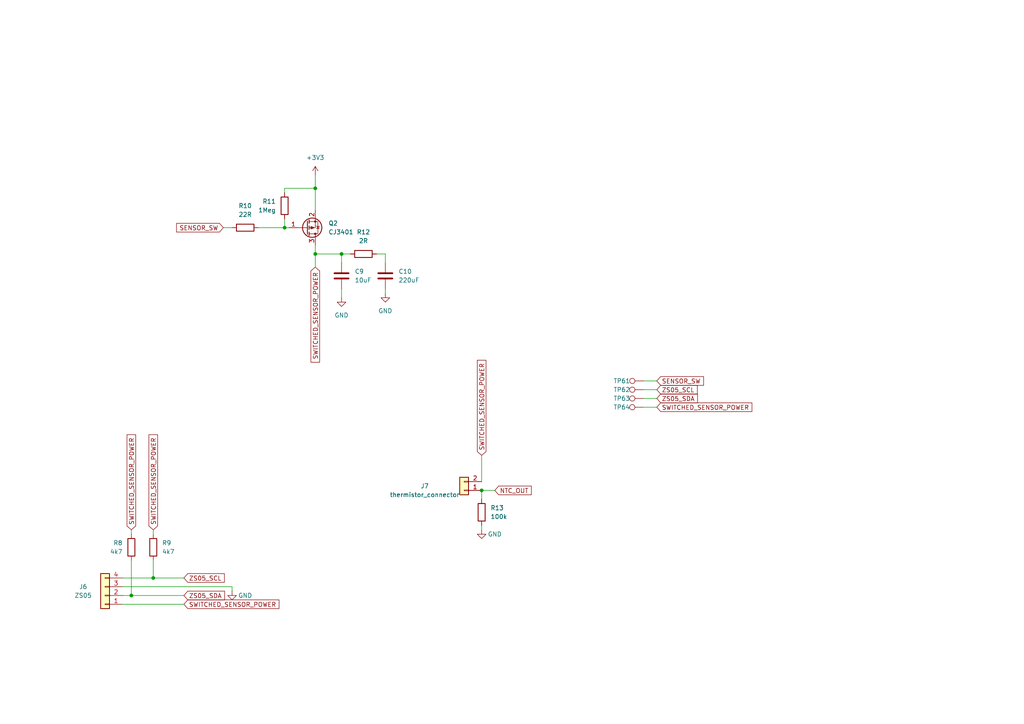
<source format=kicad_sch>
(kicad_sch (version 20230121) (generator eeschema)
  (paper "A4")
  (lib_symbols
    (symbol "Connector:TestPoint" (pin_numbers hide) (pin_names (offset 0.762) hide)
      (property "Reference" "TP" (at 0 6.858 0))
      (property "Value" "TestPoint" (at 0 5.08 0))
      (symbol "TestPoint_0_1"
        (circle (center 0 3.302) (radius 0.762))
      )
      (symbol "TestPoint_1_1"
        (pin passive line (at 0 0 90) (length 2.54) (name "1") (number "1"))
      )
    )
    (symbol "Connector_Generic:Conn_01x02" (pin_names (offset 1.016) hide)
      (property "Reference" "J" (at 0 2.54 0))
      (property "Value" "Conn_01x02" (at 0 -5.08 0))
      (symbol "Conn_01x02_1_1"
        (rectangle (start -1.27 -2.413) (end 0 -2.667) (stroke (width 0.1524)))
        (rectangle (start -1.27 0.127) (end 0 -0.127) (stroke (width 0.1524)))
        (rectangle (start -1.27 1.27) (end 1.27 -3.81) (stroke (width 0.254)) (fill (type background)))
        (pin passive line (at -5.08 0 0) (length 3.81) (name "Pin_1") (number "1"))
        (pin passive line (at -5.08 -2.54 0) (length 3.81) (name "Pin_2") (number "2"))
      )
    )
    (symbol "Connector_Generic:Conn_01x04" (pin_names (offset 1.016) hide)
      (property "Reference" "J" (at 0 5.08 0))
      (property "Value" "Conn_01x04" (at 0 -7.62 0))
      (symbol "Conn_01x04_1_1"
        (rectangle (start -1.27 -4.953) (end 0 -5.207) (stroke (width 0.1524)))
        (rectangle (start -1.27 -2.413) (end 0 -2.667) (stroke (width 0.1524)))
        (rectangle (start -1.27 0.127) (end 0 -0.127) (stroke (width 0.1524)))
        (rectangle (start -1.27 2.667) (end 0 2.413) (stroke (width 0.1524)))
        (rectangle (start -1.27 3.81) (end 1.27 -6.35) (stroke (width 0.254)) (fill (type background)))
        (pin passive line (at -5.08 2.54 0) (length 3.81) (name "Pin_1") (number "1"))
        (pin passive line (at -5.08 0 0) (length 3.81) (name "Pin_2") (number "2"))
        (pin passive line (at -5.08 -2.54 0) (length 3.81) (name "Pin_3") (number "3"))
        (pin passive line (at -5.08 -5.08 0) (length 3.81) (name "Pin_4") (number "4"))
      )
    )
    (symbol "Device:C" (pin_numbers hide) (pin_names (offset 0.254))
      (property "Reference" "C" (at 0.635 2.54 0))
      (property "Value" "C" (at 0.635 -2.54 0))
      (symbol "C_0_1"
        (polyline (pts (xy -2.032 -0.762) (xy 2.032 -0.762)) (stroke (width 0.508)))
        (polyline (pts (xy -2.032 0.762) (xy 2.032 0.762)) (stroke (width 0.508)))
      )
      (symbol "C_1_1"
        (pin passive line (at 0 3.81 270) (length 2.794) (name "~") (number "1"))
        (pin passive line (at 0 -3.81 90) (length 2.794) (name "~") (number "2"))
      )
    )
    (symbol "Device:Q_PMOS_GSD" (pin_names (offset 0) hide)
      (property "Reference" "Q" (at 5.08 1.27 0))
      (property "Value" "Q_PMOS_GSD" (at 5.08 -1.27 0))
      (symbol "Q_PMOS_GSD_0_1"
        (polyline (pts (xy 0.254 0) (xy -2.54 0)))
        (polyline (pts (xy 0.254 1.905) (xy 0.254 -1.905)) (stroke (width 0.254)))
        (polyline (pts (xy 0.762 -1.27) (xy 0.762 -2.286)) (stroke (width 0.254)))
        (polyline (pts (xy 0.762 0.508) (xy 0.762 -0.508)) (stroke (width 0.254)))
        (polyline (pts (xy 0.762 2.286) (xy 0.762 1.27)) (stroke (width 0.254)))
        (polyline (pts (xy 2.54 2.54) (xy 2.54 1.778)))
        (polyline (pts (xy 2.54 -2.54) (xy 2.54 0) (xy 0.762 0)))
        (polyline (pts (xy 0.762 1.778) (xy 3.302 1.778) (xy 3.302 -1.778) (xy 0.762 -1.778)))
        (polyline (pts (xy 2.286 0) (xy 1.27 0.381) (xy 1.27 -0.381) (xy 2.286 0)) (fill (type outline)))
        (polyline (pts (xy 2.794 -0.508) (xy 2.921 -0.381) (xy 3.683 -0.381) (xy 3.81 -0.254)))
        (polyline (pts (xy 3.302 -0.381) (xy 2.921 0.254) (xy 3.683 0.254) (xy 3.302 -0.381)))
        (circle (center 1.651 0) (radius 2.794) (stroke (width 0.254)))
        (circle (center 2.54 -1.778) (radius 0.254) (fill (type outline)))
        (circle (center 2.54 1.778) (radius 0.254) (fill (type outline)))
      )
      (symbol "Q_PMOS_GSD_1_1"
        (pin input line (at -5.08 0 0) (length 2.54) (name "G") (number "1"))
        (pin passive line (at 2.54 -5.08 90) (length 2.54) (name "S") (number "2"))
        (pin passive line (at 2.54 5.08 270) (length 2.54) (name "D") (number "3"))
      )
    )
    (symbol "Device:R" (pin_numbers hide) (pin_names (offset 0))
      (property "Reference" "R" (at 2.032 0 90))
      (property "Value" "R" (at 0 0 90))
      (symbol "R_0_1"
        (rectangle (start -1.016 -2.54) (end 1.016 2.54) (stroke (width 0.254)))
      )
      (symbol "R_1_1"
        (pin passive line (at 0 3.81 270) (length 1.27) (name "~") (number "1"))
        (pin passive line (at 0 -3.81 90) (length 1.27) (name "~") (number "2"))
      )
    )
    (symbol "power:+3V3" (power) (pin_names (offset 0))
      (property "Value" "+3V3" (at 0 3.556 0))
      (symbol "+3V3_0_1"
        (polyline (pts (xy -0.762 1.27) (xy 0 2.54)))
        (polyline (pts (xy 0 0) (xy 0 2.54)))
        (polyline (pts (xy 0 2.54) (xy 0.762 1.27)))
      )
      (symbol "+3V3_1_1"
        (pin power_in line (at 0 0 90) (length 0) hide (name "+3V3") (number "1"))
      )
    )
    (symbol "power:GND" (power) (pin_names (offset 0))
      (property "Value" "GND" (at 0 -3.81 0))
      (symbol "GND_0_1"
        (polyline (pts (xy 0 0) (xy 0 -1.27) (xy 1.27 -1.27) (xy 0 -2.54) (xy -1.27 -1.27) (xy 0 -1.27)))
      )
      (symbol "GND_1_1"
        (pin power_in line (at 0 0 270) (length 0) hide (name "GND") (number "1"))
      )
    )
  )
  (junction (at 44.45 167.64))
  (junction (at 38.1 172.72))
  (junction (at 139.7 142.24))
  (junction (at 82.55 66.04))
  (junction (at 91.44 73.66))
  (junction (at 99.06 73.66))
  (junction (at 91.44 54.61))
  (wire (pts (xy 139.7 142.24) (xy 143.51 142.24)))
  (wire (pts (xy 35.56 172.72) (xy 38.1 172.72)))
  (wire (pts (xy 111.76 73.66) (xy 111.76 76.2)))
  (wire (pts (xy 139.7 142.24) (xy 139.7 144.78)))
  (wire (pts (xy 44.45 162.56) (xy 44.45 167.64)))
  (wire (pts (xy 91.44 54.61) (xy 91.44 60.96)))
  (wire (pts (xy 35.56 167.64) (xy 44.45 167.64)))
  (wire (pts (xy 83.82 66.04) (xy 82.55 66.04)))
  (wire (pts (xy 38.1 172.72) (xy 53.34 172.72)))
  (wire (pts (xy 64.77 66.04) (xy 67.31 66.04)))
  (wire (pts (xy 91.44 71.12) (xy 91.44 73.66)))
  (wire (pts (xy 186.69 115.57) (xy 190.5 115.57)))
  (wire (pts (xy 44.45 153.67) (xy 44.45 154.94)))
  (wire (pts (xy 38.1 153.67) (xy 38.1 154.94)))
  (wire (pts (xy 139.7 132.08) (xy 139.7 139.7)))
  (wire (pts (xy 99.06 73.66) (xy 99.06 76.2)))
  (wire (pts (xy 186.69 118.11) (xy 190.5 118.11)))
  (wire (pts (xy 91.44 50.8) (xy 91.44 54.61)))
  (wire (pts (xy 74.93 66.04) (xy 82.55 66.04)))
  (wire (pts (xy 186.69 113.03) (xy 190.5 113.03)))
  (wire (pts (xy 109.22 73.66) (xy 111.76 73.66)))
  (wire (pts (xy 35.56 175.26) (xy 53.34 175.26)))
  (wire (pts (xy 91.44 73.66) (xy 91.44 77.47)))
  (wire (pts (xy 186.69 110.49) (xy 190.5 110.49)))
  (wire (pts (xy 111.76 83.82) (xy 111.76 85.09)))
  (wire (pts (xy 82.55 55.88) (xy 82.55 54.61)))
  (wire (pts (xy 44.45 167.64) (xy 53.34 167.64)))
  (wire (pts (xy 99.06 73.66) (xy 101.6 73.66)))
  (wire (pts (xy 67.31 170.18) (xy 35.56 170.18)))
  (wire (pts (xy 82.55 66.04) (xy 82.55 63.5)))
  (wire (pts (xy 99.06 83.82) (xy 99.06 86.36)))
  (wire (pts (xy 82.55 54.61) (xy 91.44 54.61)))
  (wire (pts (xy 67.31 171.45) (xy 67.31 170.18)))
  (wire (pts (xy 38.1 162.56) (xy 38.1 172.72)))
  (wire (pts (xy 139.7 152.4) (xy 139.7 153.67)))
  (wire (pts (xy 91.44 73.66) (xy 99.06 73.66)))
  (global_label "ZS05_SCL" (shape input) (at 190.5 113.03 0) (property "Intersheetrefs" "${INTERSHEET_REFS}" (effects hide)))
  (global_label "SENSOR_SW" (shape input) (at 64.77 66.04 180) (property "Intersheetrefs" "${INTERSHEET_REFS}" (effects hide)))
  (global_label "ZS05_SDA" (shape input) (at 53.34 172.72 0) (property "Intersheetrefs" "${INTERSHEET_REFS}" (effects hide)))
  (global_label "NTC_OUT" (shape input) (at 143.51 142.24 0) (property "Intersheetrefs" "${INTERSHEET_REFS}" (effects hide)))
  (global_label "SWITCHED_SENSOR_POWER" (shape input) (at 139.7 132.08 90) (property "Intersheetrefs" "${INTERSHEET_REFS}" (effects hide)))
  (global_label "SWITCHED_SENSOR_POWER" (shape input) (at 190.5 118.11 0) (property "Intersheetrefs" "${INTERSHEET_REFS}" (effects hide)))
  (global_label "SWITCHED_SENSOR_POWER" (shape input) (at 44.45 153.67 90) (property "Intersheetrefs" "${INTERSHEET_REFS}" (effects hide)))
  (global_label "SWITCHED_SENSOR_POWER" (shape input) (at 53.34 175.26 0) (property "Intersheetrefs" "${INTERSHEET_REFS}" (effects hide)))
  (global_label "SWITCHED_SENSOR_POWER" (shape input) (at 91.44 77.47 270) (property "Intersheetrefs" "${INTERSHEET_REFS}" (effects hide)))
  (global_label "ZS05_SDA" (shape input) (at 190.5 115.57 0) (property "Intersheetrefs" "${INTERSHEET_REFS}" (effects hide)))
  (global_label "SWITCHED_SENSOR_POWER" (shape input) (at 38.1 153.67 90) (property "Intersheetrefs" "${INTERSHEET_REFS}" (effects hide)))
  (global_label "SENSOR_SW" (shape input) (at 190.5 110.49 0) (property "Intersheetrefs" "${INTERSHEET_REFS}" (effects hide)))
  (global_label "ZS05_SCL" (shape input) (at 53.34 167.64 0) (property "Intersheetrefs" "${INTERSHEET_REFS}" (effects hide)))
  (symbol (lib_id "Device:R") (at 38.1 158.75 0) (unit 1)
    (property "Reference" "R8" (at 35.56 157.4799 0) (effects (justify right)))
    (property "Value" "4k7" (at 35.56 160.0199 0) (effects (justify right)))
    (property "Footprint" "Resistor_SMD:R_0805_2012Metric" (effects hide))
  )
  (symbol (lib_id "Connector:TestPoint") (at 186.69 118.11 90) (unit 1)
    (property "Reference" "TP64" (at 180.34 118.11 90))
    (property "Value" "TestPoint" (effects hide))
    (property "Footprint" "TestPoint:TestPoint_Pad_D1.0mm" (effects hide))
  )
  (symbol (lib_id "Connector:TestPoint") (at 186.69 110.49 90) (unit 1)
    (property "Reference" "TP61" (at 180.34 110.49 90))
    (property "Value" "TestPoint" (effects hide))
    (property "Footprint" "TestPoint:TestPoint_Pad_D1.0mm" (effects hide))
  )
  (symbol (lib_id "power:+3V3") (at 91.44 50.8 0) (unit 1)
    (property "Reference" "#PWR029" (effects hide))
    (property "Value" "+3V3" (at 91.44 45.72 0))
  )
  (symbol (lib_id "Device:Q_PMOS_GSD") (at 88.9 66.04 0) (mirror x) (unit 1)
    (property "Reference" "Q2" (at 95.25 64.7699 0) (effects (justify left)))
    (property "Value" "CJ3401" (at 95.25 67.3099 0) (effects (justify left)))
    (property "Footprint" "Package_TO_SOT_SMD:SOT-23" (effects hide))
  )
  (symbol (lib_id "Device:R") (at 139.7 148.59 0) (unit 1)
    (property "Reference" "R13" (at 142.24 147.3199 0) (effects (justify left)))
    (property "Value" "100k" (at 142.24 149.8599 0) (effects (justify left)))
    (property "Footprint" "Resistor_SMD:R_0805_2012Metric" (effects hide))
  )
  (symbol (lib_id "Device:R") (at 82.55 59.69 180) (unit 1)
    (property "Reference" "R11" (at 80.01 58.4199 0) (effects (justify left)))
    (property "Value" "1Meg" (at 80.01 60.9599 0) (effects (justify left)))
    (property "Footprint" "Resistor_SMD:R_0805_2012Metric" (effects hide))
  )
  (symbol (lib_id "Device:R") (at 105.41 73.66 270) (unit 1)
    (property "Reference" "R12" (at 105.41 67.31 90))
    (property "Value" "2R" (at 105.41 69.85 90))
    (property "Footprint" "Resistor_SMD:R_1206_3216Metric" (effects hide))
  )
  (symbol (lib_id "Device:R") (at 71.12 66.04 270) (unit 1)
    (property "Reference" "R10" (at 71.12 59.69 90))
    (property "Value" "22R" (at 71.12 62.23 90))
    (property "Footprint" "Resistor_SMD:R_0805_2012Metric" (effects hide))
  )
  (symbol (lib_id "Device:C") (at 99.06 80.01 0) (unit 1)
    (property "Reference" "C9" (at 102.87 78.7399 0) (effects (justify left)))
    (property "Value" "10uF" (at 102.87 81.2799 0) (effects (justify left)))
    (property "Footprint" "Capacitor_SMD:C_0805_2012Metric" (effects hide))
  )
  (symbol (lib_id "Connector:TestPoint") (at 186.69 115.57 90) (unit 1)
    (property "Reference" "TP63" (at 180.34 115.57 90))
    (property "Value" "TestPoint" (effects hide))
    (property "Footprint" "TestPoint:TestPoint_Pad_D1.0mm" (effects hide))
  )
  (symbol (lib_id "Connector:TestPoint") (at 186.69 113.03 90) (unit 1)
    (property "Reference" "TP62" (at 180.34 113.03 90))
    (property "Value" "TestPoint" (effects hide))
    (property "Footprint" "TestPoint:TestPoint_Pad_D1.0mm" (effects hide))
  )
  (symbol (lib_id "power:GND") (at 67.31 171.45 0) (unit 1)
    (property "Reference" "#PWR028" (effects hide))
    (property "Value" "GND" (at 71.12 172.72 0))
  )
  (symbol (lib_id "Device:C") (at 111.76 80.01 0) (unit 1)
    (property "Reference" "C10" (at 115.57 78.7399 0) (effects (justify left)))
    (property "Value" "220uF" (at 115.57 81.2799 0) (effects (justify left)))
    (property "Footprint" "Capacitor_THT:C_Radial_D6.3mm_H11.0mm_P2.50mm" (effects hide))
  )
  (symbol (lib_id "power:GND") (at 99.06 86.36 0) (unit 1)
    (property "Reference" "#PWR030" (effects hide))
    (property "Value" "GND" (at 99.06 91.44 0))
  )
  (symbol (lib_id "Device:R") (at 44.45 158.75 0) (unit 1)
    (property "Reference" "R9" (at 46.99 157.4799 0) (effects (justify left)))
    (property "Value" "4k7" (at 46.99 160.0199 0) (effects (justify left)))
    (property "Footprint" "Resistor_SMD:R_0805_2012Metric" (effects hide))
  )
  (symbol (lib_id "power:GND") (at 111.76 85.09 0) (unit 1)
    (property "Reference" "#PWR031" (effects hide))
    (property "Value" "GND" (at 111.76 90.17 0))
  )
  (symbol (lib_id "power:GND") (at 139.7 153.67 0) (unit 1)
    (property "Reference" "#PWR032" (effects hide))
    (property "Value" "GND" (at 143.51 154.94 0))
  )
  (symbol (lib_id "Connector_Generic:Conn_01x04") (at 30.48 172.72 180) (unit 1)
    (property "Reference" "J6" (at 24.13 170.18 0))
    (property "Value" "ZS05" (at 24.13 172.72 0))
    (property "Footprint" "smd_footprint:Conn_01x04" (effects hide))
  )
  (symbol (lib_id "Connector_Generic:Conn_01x02") (at 134.62 142.24 180) (unit 1)
    (property "Reference" "J7" (at 123.19 140.97 0))
    (property "Value" "thermistor_connector" (at 123.19 143.51 0))
    (property "Footprint" "smd_footprint:Conn_01x02" (effects hide))
  )
)
</source>
